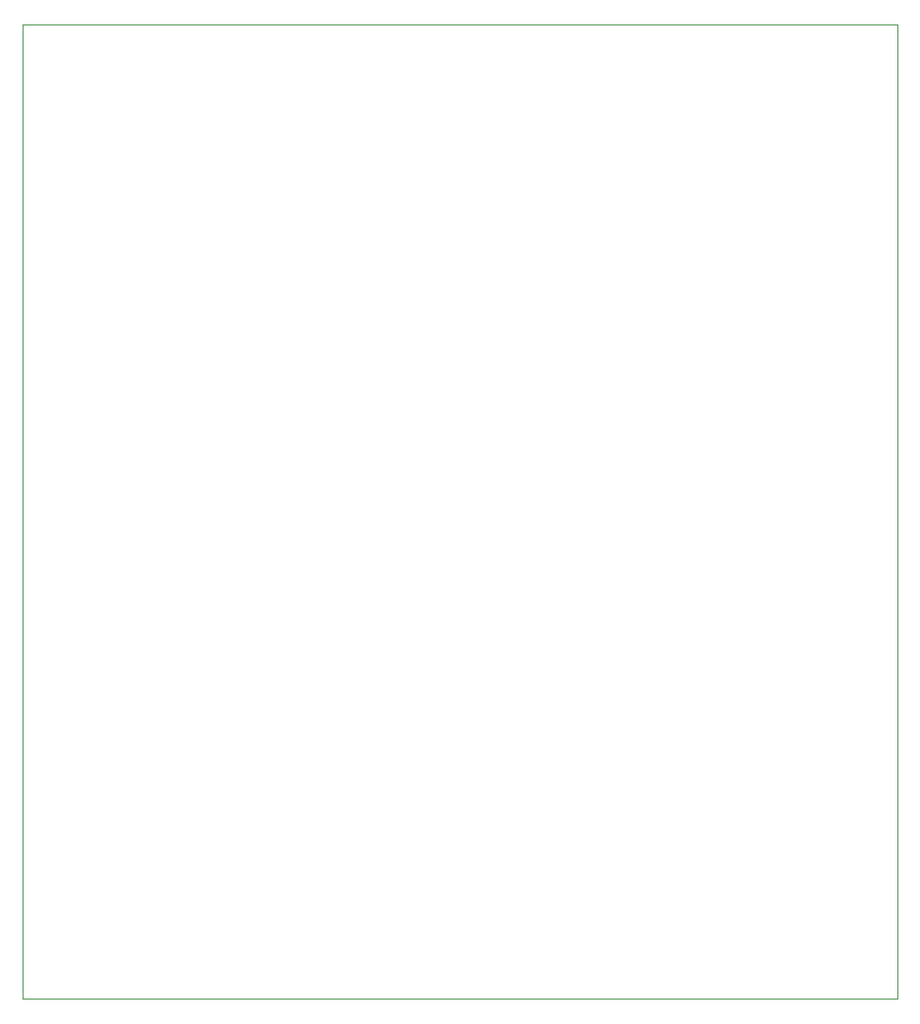
<source format=gm1>
G04 #@! TF.GenerationSoftware,KiCad,Pcbnew,7.0.10*
G04 #@! TF.CreationDate,2024-02-08T18:01:21+11:00*
G04 #@! TF.ProjectId,Desktop Thermometer USB-2,4465736b-746f-4702-9054-6865726d6f6d,rev?*
G04 #@! TF.SameCoordinates,Original*
G04 #@! TF.FileFunction,Profile,NP*
%FSLAX46Y46*%
G04 Gerber Fmt 4.6, Leading zero omitted, Abs format (unit mm)*
G04 Created by KiCad (PCBNEW 7.0.10) date 2024-02-08 18:01:21*
%MOMM*%
%LPD*%
G01*
G04 APERTURE LIST*
G04 #@! TA.AperFunction,Profile*
%ADD10C,0.100000*%
G04 #@! TD*
G04 APERTURE END LIST*
D10*
X98298000Y-48006000D02*
X177038000Y-48006000D01*
X177038000Y-135636000D01*
X98298000Y-135636000D01*
X98298000Y-48006000D01*
M02*

</source>
